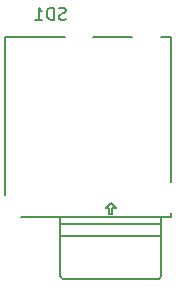
<source format=gbo>
G04 #@! TF.FileFunction,Legend,Bot*
%FSLAX46Y46*%
G04 Gerber Fmt 4.6, Leading zero omitted, Abs format (unit mm)*
G04 Created by KiCad (PCBNEW 4.0.5+dfsg1-4) date Tue May 29 16:35:46 2018*
%MOMM*%
%LPD*%
G01*
G04 APERTURE LIST*
%ADD10C,0.100000*%
%ADD11C,0.127000*%
%ADD12C,0.152400*%
G04 APERTURE END LIST*
D10*
D11*
X67271900Y-102930960D02*
X67271900Y-89532460D01*
X67271900Y-89532460D02*
X72382380Y-89532460D01*
X80492600Y-89532460D02*
X81318100Y-89532460D01*
X81318100Y-89532460D02*
X81318100Y-101831140D01*
X81318100Y-104442260D02*
X81318100Y-104777540D01*
X81318100Y-104777540D02*
X68646040Y-104777540D01*
X71970900Y-104777540D02*
X71970900Y-105379520D01*
X80492600Y-104777540D02*
X80492600Y-105379520D01*
X71970900Y-105379520D02*
X80492600Y-105379520D01*
X71970900Y-105379520D02*
X71970900Y-106377740D01*
X71970900Y-106377740D02*
X80492600Y-106377740D01*
X80492600Y-106377740D02*
X80492600Y-105404920D01*
X71970900Y-106377740D02*
X71970900Y-109761020D01*
X72288400Y-110078520D02*
X80175100Y-110078520D01*
X80492600Y-109761020D02*
X80492600Y-106377740D01*
X74693780Y-89532460D02*
X78018640Y-89532460D01*
X76093320Y-104579420D02*
X76367640Y-104579420D01*
X76367640Y-104579420D02*
X76367640Y-104030780D01*
X76367640Y-104030780D02*
X76641960Y-104030780D01*
X76641960Y-104030780D02*
X76230480Y-103616760D01*
X76230480Y-103616760D02*
X75816460Y-104030780D01*
X75816460Y-104030780D02*
X76093320Y-104030780D01*
X76093320Y-104030780D02*
X76093320Y-104579420D01*
X72288400Y-110078520D02*
G75*
G02X71970900Y-109761020I0J317500D01*
G01*
X80492600Y-109761020D02*
G75*
G02X80175100Y-110078520I-317500J0D01*
G01*
D12*
X72402095Y-88041238D02*
X72256952Y-88089619D01*
X72015048Y-88089619D01*
X71918286Y-88041238D01*
X71869905Y-87992857D01*
X71821524Y-87896095D01*
X71821524Y-87799333D01*
X71869905Y-87702571D01*
X71918286Y-87654190D01*
X72015048Y-87605810D01*
X72208571Y-87557429D01*
X72305333Y-87509048D01*
X72353714Y-87460667D01*
X72402095Y-87363905D01*
X72402095Y-87267143D01*
X72353714Y-87170381D01*
X72305333Y-87122000D01*
X72208571Y-87073619D01*
X71966667Y-87073619D01*
X71821524Y-87122000D01*
X71386095Y-88089619D02*
X71386095Y-87073619D01*
X71144190Y-87073619D01*
X70999048Y-87122000D01*
X70902286Y-87218762D01*
X70853905Y-87315524D01*
X70805524Y-87509048D01*
X70805524Y-87654190D01*
X70853905Y-87847714D01*
X70902286Y-87944476D01*
X70999048Y-88041238D01*
X71144190Y-88089619D01*
X71386095Y-88089619D01*
X69837905Y-88089619D02*
X70418476Y-88089619D01*
X70128190Y-88089619D02*
X70128190Y-87073619D01*
X70224952Y-87218762D01*
X70321714Y-87315524D01*
X70418476Y-87363905D01*
M02*

</source>
